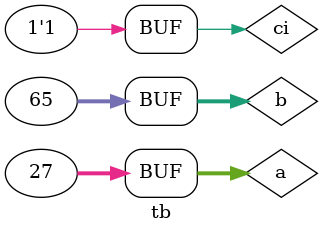
<source format=v>
`timescale 1ns/1ps
module tb ();
reg ci;
reg [31:0] a,b;
wire co;
wire [31:0] sum;
fadd my_fadd(
    .ci(ci),
    .a(a),
    .b(b),
    .sum(sum),
    .co(co)
);
integer i,j;
initial begin
    ci=0 ;
    a=0;
    b=0;
    #10 ci=1;
    #20 a='d32;
    #30 b='d34;
    #123 a='d27;
    #123 b='d65;
end
//initial begin  //这个是vcs用的代码
//    $fsdbDumpfile("tb.fsdb");
//    $fsdbDumpvars(0,tb);
//    #1000 $finish;
//end
endmodule
</source>
